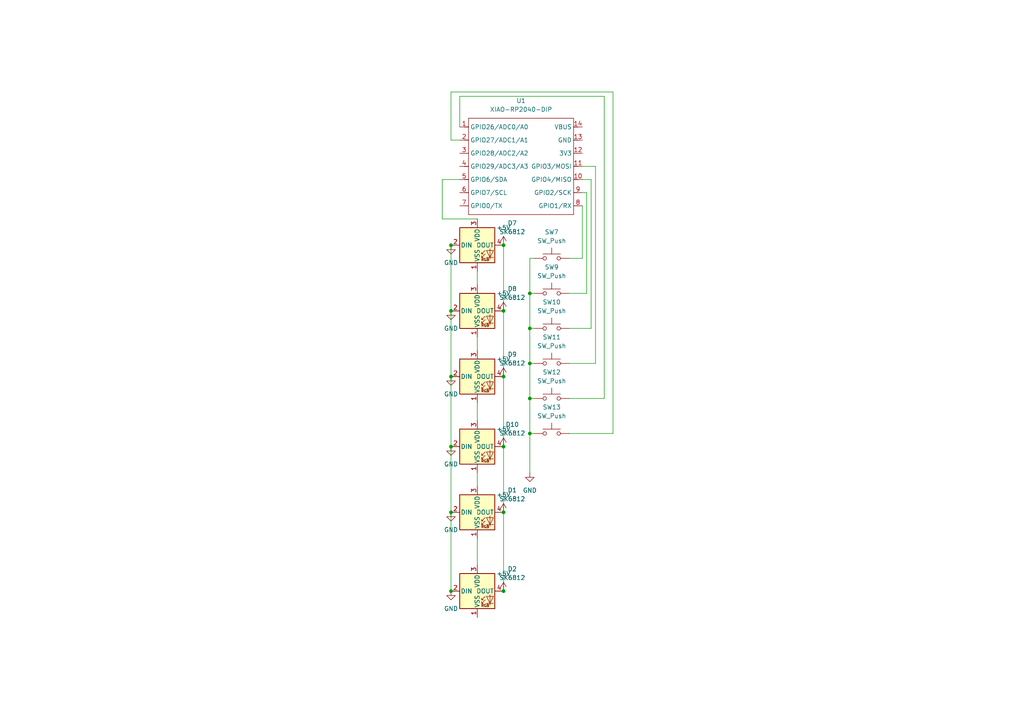
<source format=kicad_sch>
(kicad_sch (version 20250114) (generator "eeschema") (generator_version "9.0")
  (paper "A4")
  (lib_symbols
    (symbol "LED:SK6812" (pin_names (offset 0.254))
      (property "Reference" "D" (at 5.08 5.715 0))
      (property "Value" "SK6812" (at 1.27 -5.715 0))
      (symbol "SK6812_0_0"
        (text "RGB" (at 2.286 -4.191 0) (effects (font (size 0.762 0.762))))
      )
      (symbol "SK6812_0_1"
        (polyline (pts (xy 1.27 -2.54) (xy 1.778 -2.54)))
        (polyline (pts (xy 1.27 -3.556) (xy 1.778 -3.556)))
        (polyline (pts (xy 2.286 -1.524) (xy 1.27 -2.54) (xy 1.27 -2.032)))
        (polyline (pts (xy 2.286 -2.54) (xy 1.27 -3.556) (xy 1.27 -3.048)))
        (polyline (pts (xy 3.683 -1.016) (xy 3.683 -3.556) (xy 3.683 -4.064)))
        (polyline (pts (xy 4.699 -1.524) (xy 2.667 -1.524) (xy 3.683 -3.556) (xy 4.699 -1.524)))
        (polyline (pts (xy 4.699 -3.556) (xy 2.667 -3.556)))
        (rectangle (start 5.08 5.08) (end -5.08 -5.08) (stroke (width 0.254)) (fill (type background)))
      )
      (symbol "SK6812_1_1"
        (pin input line (at -7.62 0 0) (length 2.54) (name "DIN") (number "2"))
        (pin power_in line (at 0 7.62 270) (length 2.54) (name "VDD") (number "3"))
        (pin power_in line (at 0 -7.62 90) (length 2.54) (name "VSS") (number "1"))
        (pin output line (at 7.62 0 180) (length 2.54) (name "DOUT") (number "4"))
      )
    )
    (symbol "Seeed_Studio_XIAO_Series:XIAO-RP2040-DIP"
      (property "Reference" "U" (at 0 0 0))
      (property "Value" "XIAO-RP2040-DIP" (at 5.334 -1.778 0))
      (symbol "XIAO-RP2040-DIP_1_0"
        (polyline (pts (xy -1.27 -2.54) (xy 29.21 -2.54)) (stroke (width 0.1524)))
        (polyline (pts (xy -1.27 -5.08) (xy -2.54 -5.08)) (stroke (width 0.1524)))
        (polyline (pts (xy -1.27 -5.08) (xy -1.27 -2.54)) (stroke (width 0.1524)))
        (polyline (pts (xy -1.27 -8.89) (xy -2.54 -8.89)) (stroke (width 0.1524)))
        (polyline (pts (xy -1.27 -8.89) (xy -1.27 -5.08)) (stroke (width 0.1524)))
        (polyline (pts (xy -1.27 -12.7) (xy -2.54 -12.7)) (stroke (width 0.1524)))
        (polyline (pts (xy -1.27 -12.7) (xy -1.27 -8.89)) (stroke (width 0.1524)))
        (polyline (pts (xy -1.27 -16.51) (xy -2.54 -16.51)) (stroke (width 0.1524)))
        (polyline (pts (xy -1.27 -16.51) (xy -1.27 -12.7)) (stroke (width 0.1524)))
        (polyline (pts (xy -1.27 -20.32) (xy -2.54 -20.32)) (stroke (width 0.1524)))
        (polyline (pts (xy -1.27 -24.13) (xy -2.54 -24.13)) (stroke (width 0.1524)))
        (polyline (pts (xy -1.27 -27.94) (xy -2.54 -27.94)) (stroke (width 0.1524)))
        (polyline (pts (xy -1.27 -30.48) (xy -1.27 -16.51)) (stroke (width 0.1524)))
        (polyline (pts (xy 29.21 -2.54) (xy 29.21 -5.08)) (stroke (width 0.1524)))
        (polyline (pts (xy 29.21 -5.08) (xy 29.21 -8.89)) (stroke (width 0.1524)))
        (polyline (pts (xy 29.21 -8.89) (xy 29.21 -12.7)) (stroke (width 0.1524)))
        (polyline (pts (xy 29.21 -12.7) (xy 29.21 -30.48)) (stroke (width 0.1524)))
        (polyline (pts (xy 29.21 -30.48) (xy -1.27 -30.48)) (stroke (width 0.1524)))
        (polyline (pts (xy 30.48 -5.08) (xy 29.21 -5.08)) (stroke (width 0.1524)))
        (polyline (pts (xy 30.48 -8.89) (xy 29.21 -8.89)) (stroke (width 0.1524)))
        (polyline (pts (xy 30.48 -12.7) (xy 29.21 -12.7)) (stroke (width 0.1524)))
        (polyline (pts (xy 30.48 -16.51) (xy 29.21 -16.51)) (stroke (width 0.1524)))
        (polyline (pts (xy 30.48 -20.32) (xy 29.21 -20.32)) (stroke (width 0.1524)))
        (polyline (pts (xy 30.48 -24.13) (xy 29.21 -24.13)) (stroke (width 0.1524)))
        (polyline (pts (xy 30.48 -27.94) (xy 29.21 -27.94)) (stroke (width 0.1524)))
        (pin passive line (at -3.81 -5.08 0) (length 2.54) (name "GPIO26/ADC0/A0") (number "1"))
        (pin passive line (at -3.81 -8.89 0) (length 2.54) (name "GPIO27/ADC1/A1") (number "2"))
        (pin passive line (at -3.81 -12.7 0) (length 2.54) (name "GPIO28/ADC2/A2") (number "3"))
        (pin passive line (at -3.81 -16.51 0) (length 2.54) (name "GPIO29/ADC3/A3") (number "4"))
        (pin passive line (at -3.81 -20.32 0) (length 2.54) (name "GPIO6/SDA") (number "5"))
        (pin passive line (at -3.81 -24.13 0) (length 2.54) (name "GPIO7/SCL") (number "6"))
        (pin passive line (at -3.81 -27.94 0) (length 2.54) (name "GPIO0/TX") (number "7"))
        (pin passive line (at 31.75 -5.08 180) (length 2.54) (name "VBUS") (number "14"))
        (pin passive line (at 31.75 -8.89 180) (length 2.54) (name "GND") (number "13"))
        (pin passive line (at 31.75 -12.7 180) (length 2.54) (name "3V3") (number "12"))
        (pin passive line (at 31.75 -16.51 180) (length 2.54) (name "GPIO3/MOSI") (number "11"))
        (pin passive line (at 31.75 -20.32 180) (length 2.54) (name "GPIO4/MISO") (number "10"))
        (pin passive line (at 31.75 -24.13 180) (length 2.54) (name "GPIO2/SCK") (number "9"))
        (pin passive line (at 31.75 -27.94 180) (length 2.54) (name "GPIO1/RX") (number "8"))
      )
    )
    (symbol "Switch:SW_Push" (pin_numbers (hide yes)) (pin_names (offset 1.016) (hide yes))
      (property "Reference" "SW" (at 1.27 2.54 0))
      (property "Value" "SW_Push" (at 0 -1.524 0))
      (symbol "SW_Push_0_1"
        (circle (center -2.032 0) (radius 0.508))
        (polyline (pts (xy 0 1.27) (xy 0 3.048)))
        (circle (center 2.032 0) (radius 0.508))
        (polyline (pts (xy 2.54 1.27) (xy -2.54 1.27)))
        (pin passive line (at -5.08 0 0) (length 2.54) (name "1") (number "1"))
        (pin passive line (at 5.08 0 180) (length 2.54) (name "2") (number "2"))
      )
    )
    (symbol "power:+5V" (power) (pin_numbers (hide yes)) (pin_names (offset 0) (hide yes))
      (property "Value" "+5V" (at 0 3.556 0))
      (symbol "+5V_0_1"
        (polyline (pts (xy -0.762 1.27) (xy 0 2.54)))
        (polyline (pts (xy 0 2.54) (xy 0.762 1.27)))
        (polyline (pts (xy 0 0) (xy 0 2.54)))
      )
      (symbol "+5V_1_1"
        (pin power_in line (at 0 0 90) (length 0) (name "~") (number "1"))
      )
    )
    (symbol "power:GND" (power) (pin_numbers (hide yes)) (pin_names (offset 0) (hide yes))
      (property "Value" "GND" (at 0 -3.81 0))
      (symbol "GND_0_1"
        (polyline (pts (xy 0 0) (xy 0 -1.27) (xy 1.27 -1.27) (xy 0 -2.54) (xy -1.27 -1.27) (xy 0 -1.27)))
      )
      (symbol "GND_1_1"
        (pin power_in line (at 0 0 270) (length 0) (name "~") (number "1"))
      )
    )
  )
  (junction (at 130.81 90.17))
  (junction (at 153.67 115.57))
  (junction (at 130.81 171.45))
  (junction (at 130.81 148.59))
  (junction (at 130.81 109.22))
  (junction (at 153.67 85.09))
  (junction (at 146.05 109.22))
  (junction (at 130.81 129.54))
  (junction (at 146.05 90.17))
  (junction (at 153.67 125.73))
  (junction (at 130.81 71.12))
  (junction (at 146.05 129.54))
  (junction (at 146.05 148.59))
  (junction (at 153.67 105.41))
  (junction (at 146.05 71.12))
  (junction (at 146.05 171.45))
  (junction (at 153.67 95.25))
  (wire (pts (xy 146.05 129.54) (xy 146.05 148.59)))
  (wire (pts (xy 153.67 125.73) (xy 154.94 125.73)))
  (wire (pts (xy 153.67 115.57) (xy 153.67 125.73)))
  (wire (pts (xy 146.05 71.12) (xy 146.05 90.17)))
  (wire (pts (xy 130.81 148.59) (xy 130.81 171.45)))
  (wire (pts (xy 146.05 148.59) (xy 146.05 171.45)))
  (wire (pts (xy 177.8 26.67) (xy 177.8 125.73)))
  (wire (pts (xy 165.1 95.25) (xy 171.45 95.25)))
  (wire (pts (xy 138.43 97.79) (xy 138.43 101.6)))
  (wire (pts (xy 177.8 125.73) (xy 165.1 125.73)))
  (wire (pts (xy 153.67 95.25) (xy 154.94 95.25)))
  (wire (pts (xy 165.1 85.09) (xy 170.18 85.09)))
  (wire (pts (xy 146.05 109.22) (xy 146.05 129.54)))
  (wire (pts (xy 175.26 27.94) (xy 133.35 27.94)))
  (wire (pts (xy 171.45 52.07) (xy 168.91 52.07)))
  (wire (pts (xy 138.43 156.21) (xy 138.43 163.83)))
  (wire (pts (xy 153.67 105.41) (xy 153.67 115.57)))
  (wire (pts (xy 130.81 26.67) (xy 177.8 26.67)))
  (wire (pts (xy 153.67 85.09) (xy 153.67 95.25)))
  (wire (pts (xy 153.67 74.93) (xy 153.67 85.09)))
  (wire (pts (xy 172.72 105.41) (xy 172.72 48.26)))
  (wire (pts (xy 175.26 115.57) (xy 175.26 27.94)))
  (wire (pts (xy 130.81 71.12) (xy 130.81 90.17)))
  (wire (pts (xy 171.45 95.25) (xy 171.45 52.07)))
  (wire (pts (xy 153.67 105.41) (xy 154.94 105.41)))
  (wire (pts (xy 168.91 59.69) (xy 168.91 74.93)))
  (wire (pts (xy 130.81 40.64) (xy 130.81 26.67)))
  (wire (pts (xy 128.27 52.07) (xy 133.35 52.07)))
  (wire (pts (xy 130.81 109.22) (xy 130.81 129.54)))
  (wire (pts (xy 153.67 85.09) (xy 154.94 85.09)))
  (wire (pts (xy 172.72 48.26) (xy 168.91 48.26)))
  (wire (pts (xy 133.35 40.64) (xy 130.81 40.64)))
  (wire (pts (xy 138.43 78.74) (xy 138.43 82.55)))
  (wire (pts (xy 165.1 115.57) (xy 175.26 115.57)))
  (wire (pts (xy 130.81 90.17) (xy 130.81 109.22)))
  (wire (pts (xy 138.43 63.5) (xy 128.27 63.5)))
  (wire (pts (xy 165.1 105.41) (xy 172.72 105.41)))
  (wire (pts (xy 153.67 95.25) (xy 153.67 105.41)))
  (wire (pts (xy 128.27 63.5) (xy 128.27 52.07)))
  (wire (pts (xy 154.94 74.93) (xy 153.67 74.93)))
  (wire (pts (xy 168.91 55.88) (xy 170.18 55.88)))
  (wire (pts (xy 146.05 90.17) (xy 146.05 109.22)))
  (wire (pts (xy 153.67 115.57) (xy 154.94 115.57)))
  (wire (pts (xy 153.67 125.73) (xy 153.67 137.16)))
  (wire (pts (xy 130.81 129.54) (xy 130.81 148.59)))
  (wire (pts (xy 133.35 27.94) (xy 133.35 36.83)))
  (wire (pts (xy 165.1 74.93) (xy 168.91 74.93)))
  (wire (pts (xy 170.18 85.09) (xy 170.18 55.88)))
  (wire (pts (xy 138.43 137.16) (xy 138.43 140.97)))
  (wire (pts (xy 138.43 116.84) (xy 138.43 121.92)))
  (symbol (lib_id "power:+5V") (at 146.05 129.54 0) (unit 1)
    (property "Reference" "#PWR05" (effects (hide yes)))
    (property "Value" "+5V" (at 146.05 124.46 0))
    (property "Description" "Power symbol creates a global label with name \"+5V\"" (effects (hide yes)))
  )
  (symbol (lib_id "Switch:SW_Push") (at 160.02 125.73 0) (unit 1)
    (property "Reference" "SW13" (at 160.02 118.11 0))
    (property "Value" "SW_Push" (at 160.02 120.65 0))
    (property "Footprint" "Button_Switch_Keyboard:SW_Cherry_MX_1.00u_PCB" (effects (hide yes)))
    (property "Description" "Push button switch, generic, two pins" (effects (hide yes)))
  )
  (symbol (lib_id "power:GND") (at 130.81 71.12 0) (unit 1)
    (property "Reference" "#PWR08" (effects (hide yes)))
    (property "Value" "GND" (at 130.81 76.2 0))
    (property "Description" "Power symbol creates a global label with name \"GND\" , ground" (effects (hide yes)))
  )
  (symbol (lib_id "LED:SK6812") (at 138.43 148.59 0) (unit 1)
    (property "Reference" "D1" (at 148.59 142.1698 0))
    (property "Value" "SK6812" (at 148.59 144.7098 0))
    (property "Footprint" "LED_SMD:LED_SK6812_PLCC4_5.0x5.0mm_P3.2mm" (effects (hide yes)))
    (property "Datasheet" "https://cdn-shop.adafruit.com/product-files/1138/SK6812+LED+datasheet+.pdf" (effects (hide yes)))
    (property "Description" "RGB LED with integrated controller" (effects (hide yes)))
  )
  (symbol (lib_id "power:GND") (at 130.81 148.59 0) (unit 1)
    (property "Reference" "#PWR012" (effects (hide yes)))
    (property "Value" "GND" (at 130.81 153.67 0))
    (property "Description" "Power symbol creates a global label with name \"GND\" , ground" (effects (hide yes)))
  )
  (symbol (lib_id "Seeed_Studio_XIAO_Series:XIAO-RP2040-DIP") (at 137.16 31.75 0) (unit 1)
    (property "Reference" "U1" (at 151.13 29.21 0))
    (property "Value" "XIAO-RP2040-DIP" (at 151.13 31.75 0))
    (property "Footprint" "OPL:XIAO-RP2040-DIP" (effects (hide yes)))
  )
  (symbol (lib_id "LED:SK6812") (at 138.43 129.54 0) (unit 1)
    (property "Reference" "D10" (at 148.59 123.1198 0))
    (property "Value" "SK6812" (at 148.59 125.6598 0))
    (property "Footprint" "LED_SMD:LED_SK6812_PLCC4_5.0x5.0mm_P3.2mm" (effects (hide yes)))
    (property "Datasheet" "https://cdn-shop.adafruit.com/product-files/1138/SK6812+LED+datasheet+.pdf" (effects (hide yes)))
    (property "Description" "RGB LED with integrated controller" (effects (hide yes)))
  )
  (symbol (lib_id "power:GND") (at 130.81 171.45 0) (unit 1)
    (property "Reference" "#PWR011" (effects (hide yes)))
    (property "Value" "GND" (at 130.81 176.53 0))
    (property "Description" "Power symbol creates a global label with name \"GND\" , ground" (effects (hide yes)))
  )
  (symbol (lib_id "power:+5V") (at 146.05 90.17 0) (unit 1)
    (property "Reference" "#PWR03" (effects (hide yes)))
    (property "Value" "+5V" (at 146.05 85.09 0))
    (property "Description" "Power symbol creates a global label with name \"+5V\"" (effects (hide yes)))
  )
  (symbol (lib_id "power:+5V") (at 146.05 171.45 0) (unit 1)
    (property "Reference" "#PWR07" (effects (hide yes)))
    (property "Value" "+5V" (at 146.05 166.37 0))
    (property "Description" "Power symbol creates a global label with name \"+5V\"" (effects (hide yes)))
  )
  (symbol (lib_id "power:GND") (at 130.81 109.22 0) (unit 1)
    (property "Reference" "#PWR010" (effects (hide yes)))
    (property "Value" "GND" (at 130.81 114.3 0))
    (property "Description" "Power symbol creates a global label with name \"GND\" , ground" (effects (hide yes)))
  )
  (symbol (lib_id "LED:SK6812") (at 138.43 171.45 0) (unit 1)
    (property "Reference" "D2" (at 148.59 165.0298 0))
    (property "Value" "SK6812" (at 148.59 167.5698 0))
    (property "Footprint" "LED_SMD:LED_SK6812_PLCC4_5.0x5.0mm_P3.2mm" (effects (hide yes)))
    (property "Datasheet" "https://cdn-shop.adafruit.com/product-files/1138/SK6812+LED+datasheet+.pdf" (effects (hide yes)))
    (property "Description" "RGB LED with integrated controller" (effects (hide yes)))
  )
  (symbol (lib_id "Switch:SW_Push") (at 160.02 95.25 0) (unit 1)
    (property "Reference" "SW10" (at 160.02 87.63 0))
    (property "Value" "SW_Push" (at 160.02 90.17 0))
    (property "Footprint" "Button_Switch_Keyboard:SW_Cherry_MX_1.00u_PCB" (effects (hide yes)))
    (property "Description" "Push button switch, generic, two pins" (effects (hide yes)))
  )
  (symbol (lib_id "Switch:SW_Push") (at 160.02 74.93 0) (unit 1)
    (property "Reference" "SW7" (at 160.02 67.31 0))
    (property "Value" "SW_Push" (at 160.02 69.85 0))
    (property "Footprint" "Button_Switch_Keyboard:SW_Cherry_MX_1.00u_PCB" (effects (hide yes)))
    (property "Description" "Push button switch, generic, two pins" (effects (hide yes)))
  )
  (symbol (lib_id "Switch:SW_Push") (at 160.02 115.57 0) (unit 1)
    (property "Reference" "SW12" (at 160.02 107.95 0))
    (property "Value" "SW_Push" (at 160.02 110.49 0))
    (property "Footprint" "Button_Switch_Keyboard:SW_Cherry_MX_1.00u_PCB" (effects (hide yes)))
    (property "Description" "Push button switch, generic, two pins" (effects (hide yes)))
  )
  (symbol (lib_id "power:+5V") (at 146.05 109.22 0) (unit 1)
    (property "Reference" "#PWR04" (effects (hide yes)))
    (property "Value" "+5V" (at 146.05 104.14 0))
    (property "Description" "Power symbol creates a global label with name \"+5V\"" (effects (hide yes)))
  )
  (symbol (lib_id "power:+5V") (at 146.05 148.59 0) (unit 1)
    (property "Reference" "#PWR06" (effects (hide yes)))
    (property "Value" "+5V" (at 146.05 143.51 0))
    (property "Description" "Power symbol creates a global label with name \"+5V\"" (effects (hide yes)))
  )
  (symbol (lib_id "power:GND") (at 130.81 129.54 0) (unit 1)
    (property "Reference" "#PWR013" (effects (hide yes)))
    (property "Value" "GND" (at 130.81 134.62 0))
    (property "Description" "Power symbol creates a global label with name \"GND\" , ground" (effects (hide yes)))
  )
  (symbol (lib_id "Switch:SW_Push") (at 160.02 85.09 0) (unit 1)
    (property "Reference" "SW9" (at 160.02 77.47 0))
    (property "Value" "SW_Push" (at 160.02 80.01 0))
    (property "Footprint" "Button_Switch_Keyboard:SW_Cherry_MX_1.00u_PCB" (effects (hide yes)))
    (property "Description" "Push button switch, generic, two pins" (effects (hide yes)))
  )
  (symbol (lib_id "LED:SK6812") (at 138.43 109.22 0) (unit 1)
    (property "Reference" "D9" (at 148.59 102.7998 0))
    (property "Value" "SK6812" (at 148.59 105.3398 0))
    (property "Footprint" "LED_SMD:LED_SK6812_PLCC4_5.0x5.0mm_P3.2mm" (effects (hide yes)))
    (property "Datasheet" "https://cdn-shop.adafruit.com/product-files/1138/SK6812+LED+datasheet+.pdf" (effects (hide yes)))
    (property "Description" "RGB LED with integrated controller" (effects (hide yes)))
  )
  (symbol (lib_id "power:GND") (at 130.81 90.17 0) (unit 1)
    (property "Reference" "#PWR09" (effects (hide yes)))
    (property "Value" "GND" (at 130.81 95.25 0))
    (property "Description" "Power symbol creates a global label with name \"GND\" , ground" (effects (hide yes)))
  )
  (symbol (lib_id "Switch:SW_Push") (at 160.02 105.41 0) (unit 1)
    (property "Reference" "SW11" (at 160.02 97.79 0))
    (property "Value" "SW_Push" (at 160.02 100.33 0))
    (property "Footprint" "Button_Switch_Keyboard:SW_Cherry_MX_1.00u_PCB" (effects (hide yes)))
    (property "Description" "Push button switch, generic, two pins" (effects (hide yes)))
  )
  (symbol (lib_id "LED:SK6812") (at 138.43 90.17 0) (unit 1)
    (property "Reference" "D8" (at 148.59 83.7498 0))
    (property "Value" "SK6812" (at 148.59 86.2898 0))
    (property "Footprint" "LED_SMD:LED_SK6812_PLCC4_5.0x5.0mm_P3.2mm" (effects (hide yes)))
    (property "Datasheet" "https://cdn-shop.adafruit.com/product-files/1138/SK6812+LED+datasheet+.pdf" (effects (hide yes)))
    (property "Description" "RGB LED with integrated controller" (effects (hide yes)))
  )
  (symbol (lib_id "power:+5V") (at 146.05 71.12 0) (unit 1)
    (property "Reference" "#PWR02" (effects (hide yes)))
    (property "Value" "+5V" (at 146.05 66.04 0))
    (property "Description" "Power symbol creates a global label with name \"+5V\"" (effects (hide yes)))
  )
  (symbol (lib_id "power:GND") (at 153.67 137.16 0) (unit 1)
    (property "Reference" "#PWR01" (effects (hide yes)))
    (property "Value" "GND" (at 153.67 142.24 0))
    (property "Description" "Power symbol creates a global label with name \"GND\" , ground" (effects (hide yes)))
  )
  (symbol (lib_id "LED:SK6812") (at 138.43 71.12 0) (unit 1)
    (property "Reference" "D7" (at 148.59 64.6998 0))
    (property "Value" "SK6812" (at 148.59 67.2398 0))
    (property "Footprint" "LED_SMD:LED_SK6812_PLCC4_5.0x5.0mm_P3.2mm" (effects (hide yes)))
    (property "Datasheet" "https://cdn-shop.adafruit.com/product-files/1138/SK6812+LED+datasheet+.pdf" (effects (hide yes)))
    (property "Description" "RGB LED with integrated controller" (effects (hide yes)))
  )
)
</source>
